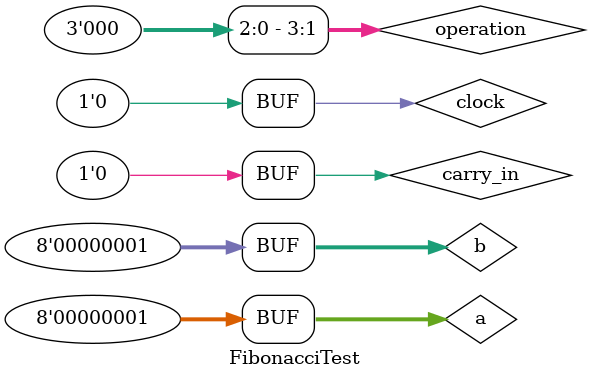
<source format=v>
`timescale 1ns / 1ps
module FibonacciTest ();
  wire clock;
  wire [3:0] operation;
  wire [7:0] a;
  wire [7:0] b;
  wire carry_in;
  wire [7:0] y;
  wire zero;
  wire sign;
  wire carry_out;
  wire overflow;
  alu myALU (
    clock,
    operation,
    a,
    b,
    carry_in,
    y,
    zero,
    sign,
    carry_out,
    overflow
  );
  initial begin
    clock = 0;
    operation = ADD;
    carry_in = 0;
    // Test 208 + 144
    a = 1;
    b = 1;
   end
   
   always @ (posedge clock)
   begin
        
   end
endmodule

</source>
